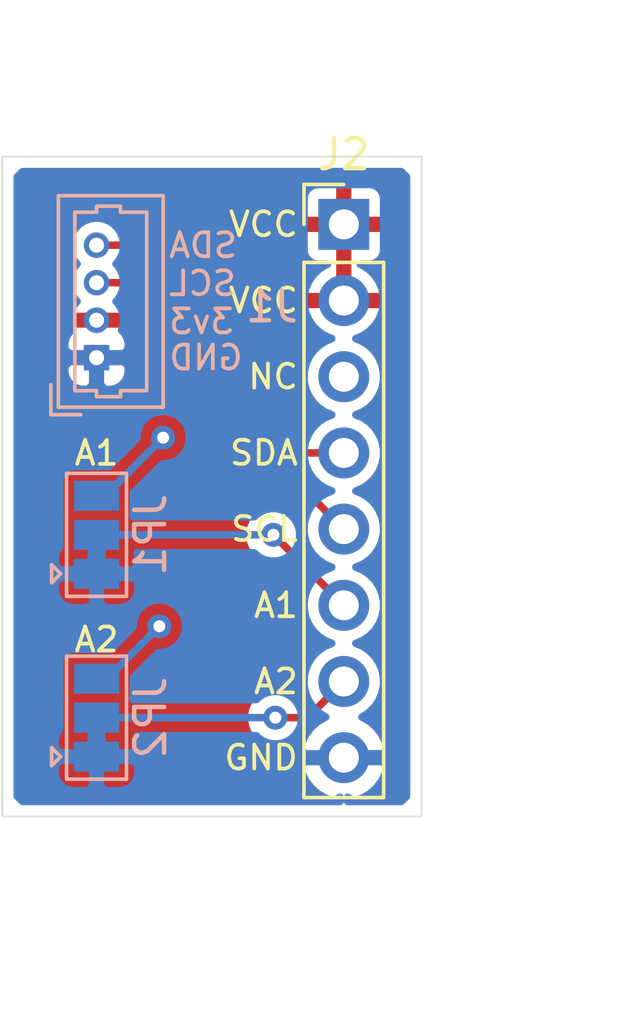
<source format=kicad_pcb>
(kicad_pcb (version 20171130) (host pcbnew "(5.1.9)-1")

  (general
    (thickness 1.6)
    (drawings 20)
    (tracks 33)
    (zones 0)
    (modules 4)
    (nets 7)
  )

  (page A4)
  (layers
    (0 F.Cu signal)
    (31 B.Cu signal)
    (32 B.Adhes user)
    (33 F.Adhes user)
    (34 B.Paste user)
    (35 F.Paste user)
    (36 B.SilkS user)
    (37 F.SilkS user)
    (38 B.Mask user)
    (39 F.Mask user)
    (40 Dwgs.User user)
    (41 Cmts.User user)
    (42 Eco1.User user)
    (43 Eco2.User user)
    (44 Edge.Cuts user)
    (45 Margin user)
    (46 B.CrtYd user hide)
    (47 F.CrtYd user)
    (48 B.Fab user)
    (49 F.Fab user hide)
  )

  (setup
    (last_trace_width 0.25)
    (trace_clearance 0.2)
    (zone_clearance 0.35)
    (zone_45_only yes)
    (trace_min 0.2)
    (via_size 0.8)
    (via_drill 0.4)
    (via_min_size 0.4)
    (via_min_drill 0.3)
    (uvia_size 0.3)
    (uvia_drill 0.1)
    (uvias_allowed no)
    (uvia_min_size 0.2)
    (uvia_min_drill 0.1)
    (edge_width 0.05)
    (segment_width 0.2)
    (pcb_text_width 0.3)
    (pcb_text_size 1.5 1.5)
    (mod_edge_width 0.12)
    (mod_text_size 1 1)
    (mod_text_width 0.15)
    (pad_size 1.524 1.524)
    (pad_drill 0.762)
    (pad_to_mask_clearance 0)
    (aux_axis_origin 0 0)
    (visible_elements FFFFFF7F)
    (pcbplotparams
      (layerselection 0x010fc_ffffffff)
      (usegerberextensions true)
      (usegerberattributes false)
      (usegerberadvancedattributes false)
      (creategerberjobfile false)
      (excludeedgelayer true)
      (linewidth 0.100000)
      (plotframeref false)
      (viasonmask false)
      (mode 1)
      (useauxorigin false)
      (hpglpennumber 1)
      (hpglpenspeed 20)
      (hpglpendiameter 15.000000)
      (psnegative false)
      (psa4output false)
      (plotreference true)
      (plotvalue false)
      (plotinvisibletext false)
      (padsonsilk false)
      (subtractmaskfromsilk true)
      (outputformat 1)
      (mirror false)
      (drillshape 0)
      (scaleselection 1)
      (outputdirectory "gerber"))
  )

  (net 0 "")
  (net 1 GND)
  (net 2 +3V3)
  (net 3 /SCL)
  (net 4 /SDA)
  (net 5 /A2)
  (net 6 /A1)

  (net_class Default "This is the default net class."
    (clearance 0.2)
    (trace_width 0.25)
    (via_dia 0.8)
    (via_drill 0.4)
    (uvia_dia 0.3)
    (uvia_drill 0.1)
    (add_net +3V3)
    (add_net /A1)
    (add_net /A2)
    (add_net /SCL)
    (add_net /SDA)
    (add_net GND)
  )

  (module Jumper:SolderJumper-3_P1.3mm_Bridged12_Pad1.0x1.5mm (layer B.Cu) (tedit 5C756B4C) (tstamp 60D0B455)
    (at 45.1485 52.705 90)
    (descr "SMD Solder 3-pad Jumper, 1x1.5mm Pads, 0.3mm gap, pads 1-2 bridged with 1 copper strip")
    (tags "solder jumper open")
    (path /60D1BAF0)
    (attr virtual)
    (fp_text reference JP2 (at 0 1.8 270) (layer B.SilkS)
      (effects (font (size 1 1) (thickness 0.15)) (justify mirror))
    )
    (fp_text value SolderJumper_3_Bridged12 (at 0 -2 270) (layer B.Fab)
      (effects (font (size 1 1) (thickness 0.15)) (justify mirror))
    )
    (fp_line (start -1.3 -1.2) (end -1 -1.5) (layer B.SilkS) (width 0.12))
    (fp_line (start -1.6 -1.5) (end -1 -1.5) (layer B.SilkS) (width 0.12))
    (fp_line (start -1.3 -1.2) (end -1.6 -1.5) (layer B.SilkS) (width 0.12))
    (fp_line (start -2.05 -1) (end -2.05 1) (layer B.SilkS) (width 0.12))
    (fp_line (start 2.05 -1) (end -2.05 -1) (layer B.SilkS) (width 0.12))
    (fp_line (start 2.05 1) (end 2.05 -1) (layer B.SilkS) (width 0.12))
    (fp_line (start -2.05 1) (end 2.05 1) (layer B.SilkS) (width 0.12))
    (fp_line (start -2.3 1.25) (end 2.3 1.25) (layer B.CrtYd) (width 0.05))
    (fp_line (start -2.3 1.25) (end -2.3 -1.25) (layer B.CrtYd) (width 0.05))
    (fp_line (start 2.3 -1.25) (end 2.3 1.25) (layer B.CrtYd) (width 0.05))
    (fp_line (start 2.3 -1.25) (end -2.3 -1.25) (layer B.CrtYd) (width 0.05))
    (fp_poly (pts (xy -0.9 0.3) (xy -0.4 0.3) (xy -0.4 -0.3) (xy -0.9 -0.3)) (layer B.Cu) (width 0))
    (pad 2 smd rect (at 0 0 90) (size 1 1.5) (layers B.Cu B.Mask)
      (net 5 /A2))
    (pad 3 smd rect (at 1.3 0 90) (size 1 1.5) (layers B.Cu B.Mask)
      (net 2 +3V3))
    (pad 1 smd rect (at -1.3 0 90) (size 1 1.5) (layers B.Cu B.Mask)
      (net 1 GND))
  )

  (module Jumper:SolderJumper-3_P1.3mm_Bridged12_Pad1.0x1.5mm (layer B.Cu) (tedit 5C756B4C) (tstamp 60D0BBA8)
    (at 45.1485 46.609 90)
    (descr "SMD Solder 3-pad Jumper, 1x1.5mm Pads, 0.3mm gap, pads 1-2 bridged with 1 copper strip")
    (tags "solder jumper open")
    (path /60D18758)
    (attr virtual)
    (fp_text reference JP1 (at 0 1.8 270) (layer B.SilkS)
      (effects (font (size 1 1) (thickness 0.15)) (justify mirror))
    )
    (fp_text value SolderJumper_3_Bridged12 (at 0 -2 270) (layer B.Fab)
      (effects (font (size 1 1) (thickness 0.15)) (justify mirror))
    )
    (fp_line (start -1.3 -1.2) (end -1 -1.5) (layer B.SilkS) (width 0.12))
    (fp_line (start -1.6 -1.5) (end -1 -1.5) (layer B.SilkS) (width 0.12))
    (fp_line (start -1.3 -1.2) (end -1.6 -1.5) (layer B.SilkS) (width 0.12))
    (fp_line (start -2.05 -1) (end -2.05 1) (layer B.SilkS) (width 0.12))
    (fp_line (start 2.05 -1) (end -2.05 -1) (layer B.SilkS) (width 0.12))
    (fp_line (start 2.05 1) (end 2.05 -1) (layer B.SilkS) (width 0.12))
    (fp_line (start -2.05 1) (end 2.05 1) (layer B.SilkS) (width 0.12))
    (fp_line (start -2.3 1.25) (end 2.3 1.25) (layer B.CrtYd) (width 0.05))
    (fp_line (start -2.3 1.25) (end -2.3 -1.25) (layer B.CrtYd) (width 0.05))
    (fp_line (start 2.3 -1.25) (end 2.3 1.25) (layer B.CrtYd) (width 0.05))
    (fp_line (start 2.3 -1.25) (end -2.3 -1.25) (layer B.CrtYd) (width 0.05))
    (fp_poly (pts (xy -0.9 0.3) (xy -0.4 0.3) (xy -0.4 -0.3) (xy -0.9 -0.3)) (layer B.Cu) (width 0))
    (pad 2 smd rect (at 0 0 90) (size 1 1.5) (layers B.Cu B.Mask)
      (net 6 /A1))
    (pad 3 smd rect (at 1.3 0 90) (size 1 1.5) (layers B.Cu B.Mask)
      (net 2 +3V3))
    (pad 1 smd rect (at -1.3 0 90) (size 1 1.5) (layers B.Cu B.Mask)
      (net 1 GND))
  )

  (module Connectors_PinHeader_2.54mm:PinHeader_1x08_P2.54mm_Vertical (layer F.Cu) (tedit 59FED5CC) (tstamp 60D0BCA7)
    (at 53.4035 36.2585)
    (descr "Through hole straight pin header, 1x08, 2.54mm pitch, single row")
    (tags "Through hole pin header THT 1x08 2.54mm single row")
    (path /60D0D492)
    (fp_text reference J2 (at 0 -2.33) (layer F.SilkS)
      (effects (font (size 1 1) (thickness 0.15)))
    )
    (fp_text value Conn_01x08_Female (at 0 20.11) (layer F.Fab)
      (effects (font (size 1 1) (thickness 0.15)))
    )
    (fp_text user %R (at 0 8.89 90) (layer F.Fab)
      (effects (font (size 1 1) (thickness 0.15)))
    )
    (fp_line (start -0.635 -1.27) (end 1.27 -1.27) (layer F.Fab) (width 0.1))
    (fp_line (start 1.27 -1.27) (end 1.27 19.05) (layer F.Fab) (width 0.1))
    (fp_line (start 1.27 19.05) (end -1.27 19.05) (layer F.Fab) (width 0.1))
    (fp_line (start -1.27 19.05) (end -1.27 -0.635) (layer F.Fab) (width 0.1))
    (fp_line (start -1.27 -0.635) (end -0.635 -1.27) (layer F.Fab) (width 0.1))
    (fp_line (start -1.33 19.11) (end 1.33 19.11) (layer F.SilkS) (width 0.12))
    (fp_line (start -1.33 1.27) (end -1.33 19.11) (layer F.SilkS) (width 0.12))
    (fp_line (start 1.33 1.27) (end 1.33 19.11) (layer F.SilkS) (width 0.12))
    (fp_line (start -1.33 1.27) (end 1.33 1.27) (layer F.SilkS) (width 0.12))
    (fp_line (start -1.33 0) (end -1.33 -1.33) (layer F.SilkS) (width 0.12))
    (fp_line (start -1.33 -1.33) (end 0 -1.33) (layer F.SilkS) (width 0.12))
    (fp_line (start -1.8 -1.8) (end -1.8 19.55) (layer F.CrtYd) (width 0.05))
    (fp_line (start -1.8 19.55) (end 1.8 19.55) (layer F.CrtYd) (width 0.05))
    (fp_line (start 1.8 19.55) (end 1.8 -1.8) (layer F.CrtYd) (width 0.05))
    (fp_line (start 1.8 -1.8) (end -1.8 -1.8) (layer F.CrtYd) (width 0.05))
    (pad 8 thru_hole oval (at 0 17.78) (size 1.7 1.7) (drill 1) (layers *.Cu *.Mask)
      (net 1 GND))
    (pad 7 thru_hole oval (at 0 15.24) (size 1.7 1.7) (drill 1) (layers *.Cu *.Mask)
      (net 5 /A2))
    (pad 6 thru_hole oval (at 0 12.7) (size 1.7 1.7) (drill 1) (layers *.Cu *.Mask)
      (net 6 /A1))
    (pad 5 thru_hole oval (at 0 10.16) (size 1.7 1.7) (drill 1) (layers *.Cu *.Mask)
      (net 3 /SCL))
    (pad 4 thru_hole oval (at 0 7.62) (size 1.7 1.7) (drill 1) (layers *.Cu *.Mask)
      (net 4 /SDA))
    (pad 3 thru_hole oval (at 0 5.08) (size 1.7 1.7) (drill 1) (layers *.Cu *.Mask))
    (pad 2 thru_hole oval (at 0 2.54) (size 1.7 1.7) (drill 1) (layers *.Cu *.Mask)
      (net 2 +3V3))
    (pad 1 thru_hole rect (at 0 0) (size 1.7 1.7) (drill 1) (layers *.Cu *.Mask)
      (net 2 +3V3))
    (model ${KISYS3DMOD}/Connector_PinHeader_2.54mm.3dshapes/PinHeader_1x08_P2.54mm_Vertical.wrl
      (at (xyz 0 0 0))
      (scale (xyz 1 1 1))
      (rotate (xyz 0 0 0))
    )
  )

  (module Connectors_Molex:Molex_PicoBlade_53047-0410_04x1.25mm_Straight (layer B.Cu) (tedit 58A3B615) (tstamp 60D0B413)
    (at 45.1485 40.7035 90)
    (descr "Molex PicoBlade, single row, top entry type, through hole, PN:53047-0410")
    (tags "connector molex picoblade")
    (path /60D0B190)
    (fp_text reference J1 (at 1.7035 5.8515 180) (layer B.SilkS)
      (effects (font (size 1 1) (thickness 0.15)) (justify mirror))
    )
    (fp_text value Conn_01x04_Female (at 1.875 3.25 270) (layer B.Fab)
      (effects (font (size 1 1) (thickness 0.15)) (justify mirror))
    )
    (fp_line (start -1.9 -1.525) (end -0.9 -1.525) (layer B.SilkS) (width 0.12))
    (fp_line (start -1.9 -1.525) (end -1.9 -0.525) (layer B.SilkS) (width 0.12))
    (fp_line (start 4.85 1.675) (end 1.875 1.675) (layer B.SilkS) (width 0.12))
    (fp_line (start 4.85 0.8) (end 4.85 1.675) (layer B.SilkS) (width 0.12))
    (fp_line (start 5.05 0.8) (end 4.85 0.8) (layer B.SilkS) (width 0.12))
    (fp_line (start 5.05 0) (end 5.05 0.8) (layer B.SilkS) (width 0.12))
    (fp_line (start 4.85 0) (end 5.05 0) (layer B.SilkS) (width 0.12))
    (fp_line (start 4.85 -0.725) (end 4.85 0) (layer B.SilkS) (width 0.12))
    (fp_line (start 1.875 -0.725) (end 4.85 -0.725) (layer B.SilkS) (width 0.12))
    (fp_line (start -1.1 1.675) (end 1.875 1.675) (layer B.SilkS) (width 0.12))
    (fp_line (start -1.1 0.8) (end -1.1 1.675) (layer B.SilkS) (width 0.12))
    (fp_line (start -1.3 0.8) (end -1.1 0.8) (layer B.SilkS) (width 0.12))
    (fp_line (start -1.3 0) (end -1.3 0.8) (layer B.SilkS) (width 0.12))
    (fp_line (start -1.1 0) (end -1.3 0) (layer B.SilkS) (width 0.12))
    (fp_line (start -1.1 -0.725) (end -1.1 0) (layer B.SilkS) (width 0.12))
    (fp_line (start 1.875 -0.725) (end -1.1 -0.725) (layer B.SilkS) (width 0.12))
    (fp_line (start 5.4 2.225) (end -1.65 2.225) (layer B.SilkS) (width 0.12))
    (fp_line (start 5.4 -1.275) (end 5.4 2.225) (layer B.SilkS) (width 0.12))
    (fp_line (start -1.65 -1.275) (end 5.4 -1.275) (layer B.SilkS) (width 0.12))
    (fp_line (start -1.65 2.225) (end -1.65 -1.275) (layer B.SilkS) (width 0.12))
    (fp_line (start 5.25 2.075) (end -1.5 2.075) (layer B.Fab) (width 0.1))
    (fp_line (start 5.25 -1.125) (end 5.25 2.075) (layer B.Fab) (width 0.1))
    (fp_line (start -1.5 -1.125) (end 5.25 -1.125) (layer B.Fab) (width 0.1))
    (fp_line (start -1.5 2.075) (end -1.5 -1.125) (layer B.Fab) (width 0.1))
    (fp_line (start 5.75 2.55) (end -2 2.55) (layer B.CrtYd) (width 0.05))
    (fp_line (start 5.75 -1.6) (end 5.75 2.55) (layer B.CrtYd) (width 0.05))
    (fp_line (start -2 -1.6) (end 5.75 -1.6) (layer B.CrtYd) (width 0.05))
    (fp_line (start -2 2.55) (end -2 -1.6) (layer B.CrtYd) (width 0.05))
    (fp_text user %R (at 1.875 1.25 270) (layer B.Fab)
      (effects (font (size 1 1) (thickness 0.15)) (justify mirror))
    )
    (pad 1 thru_hole rect (at 0 0 90) (size 0.85 0.85) (drill 0.5) (layers *.Cu *.Mask)
      (net 1 GND))
    (pad 2 thru_hole circle (at 1.25 0 90) (size 0.85 0.85) (drill 0.5) (layers *.Cu *.Mask)
      (net 2 +3V3))
    (pad 3 thru_hole circle (at 2.5 0 90) (size 0.85 0.85) (drill 0.5) (layers *.Cu *.Mask)
      (net 3 /SCL))
    (pad 4 thru_hole circle (at 3.75 0 90) (size 0.85 0.85) (drill 0.5) (layers *.Cu *.Mask)
      (net 4 /SDA))
    (model ${KISYS3DMOD}/Connectors_Molex.3dshapes/Molex_PicoBlade_53047-0410_04x1.25mm_Straight.wrl
      (at (xyz 0 0 0))
      (scale (xyz 1 1 1))
      (rotate (xyz 0 0 0))
    )
  )

  (gr_line (start 56 34) (end 42 34) (layer Edge.Cuts) (width 0.05) (tstamp 60D74504))
  (gr_line (start 56 56) (end 56 34) (layer Edge.Cuts) (width 0.05))
  (gr_line (start 42 56) (end 56 56) (layer Edge.Cuts) (width 0.05))
  (gr_line (start 42 34) (end 42 56) (layer Edge.Cuts) (width 0.05))
  (gr_text SCL (at 47.5 38.227) (layer B.SilkS) (tstamp 60D7404E)
    (effects (font (size 0.8 0.8) (thickness 0.125)) (justify right mirror))
  )
  (dimension 14 (width 0.15) (layer Dwgs.User)
    (gr_text "14.000 mm" (at 49 29.4775) (layer Dwgs.User)
      (effects (font (size 1 1) (thickness 0.15)))
    )
    (feature1 (pts (xy 56 33) (xy 56 30.191079)))
    (feature2 (pts (xy 42 33) (xy 42 30.191079)))
    (crossbar (pts (xy 42 30.7775) (xy 56 30.7775)))
    (arrow1a (pts (xy 56 30.7775) (xy 54.873496 31.363921)))
    (arrow1b (pts (xy 56 30.7775) (xy 54.873496 30.191079)))
    (arrow2a (pts (xy 42 30.7775) (xy 43.126504 31.363921)))
    (arrow2b (pts (xy 42 30.7775) (xy 43.126504 30.191079)))
  )
  (dimension 23 (width 0.15) (layer Dwgs.User)
    (gr_text "23.000 mm" (at 61.1735 44.5 90) (layer Dwgs.User)
      (effects (font (size 1 1) (thickness 0.15)))
    )
    (feature1 (pts (xy 56 33) (xy 60.459921 33)))
    (feature2 (pts (xy 56 56) (xy 60.459921 56)))
    (crossbar (pts (xy 59.8735 56) (xy 59.8735 33)))
    (arrow1a (pts (xy 59.8735 33) (xy 60.459921 34.126504)))
    (arrow1b (pts (xy 59.8735 33) (xy 59.287079 34.126504)))
    (arrow2a (pts (xy 59.8735 56) (xy 60.459921 54.873496)))
    (arrow2b (pts (xy 59.8735 56) (xy 59.287079 54.873496)))
  )
  (gr_text A2 (at 45.1485 50.1015) (layer F.SilkS) (tstamp 60D0BC43)
    (effects (font (size 0.8 0.8) (thickness 0.125)))
  )
  (gr_text A1 (at 45.1485 43.8785) (layer F.SilkS) (tstamp 60D0BC3E)
    (effects (font (size 0.8 0.8) (thickness 0.125)))
  )
  (gr_text "GND\n" (at 47.5 40.7035) (layer B.SilkS) (tstamp 60D0BC0D)
    (effects (font (size 0.8 0.8) (thickness 0.125)) (justify right mirror))
  )
  (gr_text 3v3 (at 47.5 39.497) (layer B.SilkS) (tstamp 60D0BC09)
    (effects (font (size 0.8 0.8) (thickness 0.125)) (justify right mirror))
  )
  (gr_text SDA (at 47.5 36.957) (layer B.SilkS) (tstamp 60D0BBFF)
    (effects (font (size 0.8 0.8) (thickness 0.125)) (justify right mirror))
  )
  (gr_text GND (at 51.943 54.0385) (layer F.SilkS) (tstamp 60D0BC75)
    (effects (font (size 0.8 0.8) (thickness 0.125)) (justify right))
  )
  (gr_text A2 (at 51.943 51.4985) (layer F.SilkS) (tstamp 60D0BC7E)
    (effects (font (size 0.8 0.8) (thickness 0.125)) (justify right))
  )
  (gr_text A1 (at 51.943 48.9585) (layer F.SilkS) (tstamp 60D0BC81)
    (effects (font (size 0.8 0.8) (thickness 0.125)) (justify right))
  )
  (gr_text SCL (at 51.943 46.4185) (layer F.SilkS) (tstamp 60D0BC87)
    (effects (font (size 0.8 0.8) (thickness 0.125)) (justify right))
  )
  (gr_text SDA (at 51.943 43.8785) (layer F.SilkS) (tstamp 60D0BC7B)
    (effects (font (size 0.8 0.8) (thickness 0.125)) (justify right))
  )
  (gr_text NC (at 51.943 41.3385) (layer F.SilkS) (tstamp 60D0BC78)
    (effects (font (size 0.8 0.8) (thickness 0.125)) (justify right))
  )
  (gr_text "VCC\n" (at 51.943 38.7985) (layer F.SilkS) (tstamp 60D0BC84)
    (effects (font (size 0.8 0.8) (thickness 0.125)) (justify right))
  )
  (gr_text "VCC\n" (at 51.943 36.2585) (layer F.SilkS) (tstamp 60D0BC8A)
    (effects (font (size 0.8 0.8) (thickness 0.125)) (justify right))
  )

  (segment (start 53.37 54.005) (end 53.4035 54.0385) (width 0.25) (layer F.Cu) (net 1) (tstamp 60D0BCE1))
  (segment (start 45.1485 54.005) (end 43.15 54.005) (width 0.25) (layer B.Cu) (net 1))
  (segment (start 44.073499 53.929999) (end 44.1485 54.005) (width 0.25) (layer B.Cu) (net 1))
  (segment (start 44.1485 54.005) (end 45.1485 54.005) (width 0.25) (layer B.Cu) (net 1))
  (segment (start 44.1485 47.909) (end 45.1485 47.909) (width 0.25) (layer B.Cu) (net 1))
  (segment (start 44.073499 47.833999) (end 44.1485 47.909) (width 0.25) (layer B.Cu) (net 1))
  (segment (start 45.1485 51.405) (end 44.9915 51.405) (width 0.25) (layer F.Cu) (net 2))
  (segment (start 45.1485 39.4535) (end 43.795 39.4535) (width 0.5) (layer F.Cu) (net 2))
  (segment (start 45.1485 39.4535) (end 46.248 39.4535) (width 0.5) (layer F.Cu) (net 2))
  (via (at 47.371 43.3705) (size 0.8) (drill 0.4) (layers F.Cu B.Cu) (net 2))
  (via (at 47.244 49.657) (size 0.8) (drill 0.4) (layers F.Cu B.Cu) (net 2))
  (segment (start 45.496 51.405) (end 45.1485 51.405) (width 0.25) (layer B.Cu) (net 2))
  (segment (start 47.244 49.657) (end 45.496 51.405) (width 0.25) (layer B.Cu) (net 2))
  (segment (start 45.4325 45.309) (end 47.371 43.3705) (width 0.25) (layer B.Cu) (net 2))
  (segment (start 45.1485 45.309) (end 45.4325 45.309) (width 0.25) (layer B.Cu) (net 2))
  (segment (start 46.776 38.2035) (end 49.460991 40.888491) (width 0.25) (layer F.Cu) (net 3))
  (segment (start 52.553501 45.568501) (end 53.4035 46.4185) (width 0.25) (layer F.Cu) (net 3))
  (segment (start 45.1485 38.2035) (end 46.776 38.2035) (width 0.25) (layer F.Cu) (net 3))
  (segment (start 49.460991 40.888491) (end 49.460991 42.475991) (width 0.25) (layer F.Cu) (net 3))
  (segment (start 49.460991 42.475991) (end 52.553501 45.568501) (width 0.25) (layer F.Cu) (net 3))
  (segment (start 45.1485 36.9535) (end 46.7325 36.9535) (width 0.25) (layer F.Cu) (net 4))
  (segment (start 46.7325 36.9535) (end 49.9745 40.1955) (width 0.25) (layer F.Cu) (net 4))
  (segment (start 53.4035 43.8785) (end 51.689 43.8785) (width 0.25) (layer F.Cu) (net 4))
  (segment (start 49.9745 42.164) (end 49.9745 40.1955) (width 0.25) (layer F.Cu) (net 4))
  (segment (start 51.689 43.8785) (end 49.9745 42.164) (width 0.25) (layer F.Cu) (net 4))
  (segment (start 52.197 52.705) (end 53.4035 51.4985) (width 0.25) (layer F.Cu) (net 5) (tstamp 60D0BCED))
  (segment (start 51.1175 52.705) (end 52.197 52.705) (width 0.25) (layer F.Cu) (net 5) (tstamp 60D74297))
  (via (at 51.1175 52.705) (size 0.8) (drill 0.4) (layers F.Cu B.Cu) (net 5))
  (segment (start 45.1485 52.705) (end 51.1175 52.705) (width 0.25) (layer B.Cu) (net 5))
  (segment (start 51.054 46.609) (end 51.054 46.609) (width 0.25) (layer F.Cu) (net 6) (tstamp 60D0BCEA))
  (segment (start 51.054 46.609) (end 53.4035 48.9585) (width 0.25) (layer F.Cu) (net 6) (tstamp 60D74295))
  (via (at 51.054 46.609) (size 0.8) (drill 0.4) (layers F.Cu B.Cu) (net 6))
  (segment (start 45.1485 46.609) (end 51.054 46.609) (width 0.25) (layer B.Cu) (net 6))

  (zone (net 1) (net_name GND) (layer B.Cu) (tstamp 0) (hatch edge 0.508)
    (connect_pads (clearance 0.35))
    (min_thickness 0.254)
    (fill yes (arc_segments 32) (thermal_gap 0.508) (thermal_bridge_width 0.508) (smoothing chamfer) (radius 1))
    (polygon
      (pts
        (xy 56 56) (xy 42 56) (xy 42 34) (xy 56 34)
      )
    )
    (filled_polygon
      (pts
        (xy 55.498001 34.677607) (xy 55.498 55.322394) (xy 55.322394 55.498) (xy 53.530502 55.498) (xy 53.530502 55.359315)
        (xy 53.760391 55.479981) (xy 54.034752 55.382657) (xy 54.284855 55.233678) (xy 54.501088 55.038769) (xy 54.675141 54.80542)
        (xy 54.800325 54.542599) (xy 54.844976 54.39539) (xy 54.723655 54.1655) (xy 53.5305 54.1655) (xy 53.5305 54.1855)
        (xy 53.2765 54.1855) (xy 53.2765 54.1655) (xy 52.083345 54.1655) (xy 51.962024 54.39539) (xy 52.006675 54.542599)
        (xy 52.131859 54.80542) (xy 52.305912 55.038769) (xy 52.522145 55.233678) (xy 52.772248 55.382657) (xy 53.046609 55.479981)
        (xy 53.276498 55.359315) (xy 53.276498 55.498) (xy 42.677606 55.498) (xy 42.502 55.322394) (xy 42.502 54.505)
        (xy 43.760428 54.505) (xy 43.772688 54.629482) (xy 43.808998 54.74918) (xy 43.867963 54.859494) (xy 43.947315 54.956185)
        (xy 44.044006 55.035537) (xy 44.15432 55.094502) (xy 44.274018 55.130812) (xy 44.3985 55.143072) (xy 44.86275 55.14)
        (xy 45.0215 54.98125) (xy 45.0215 54.132) (xy 45.2755 54.132) (xy 45.2755 54.98125) (xy 45.43425 55.14)
        (xy 45.8985 55.143072) (xy 46.022982 55.130812) (xy 46.14268 55.094502) (xy 46.252994 55.035537) (xy 46.349685 54.956185)
        (xy 46.429037 54.859494) (xy 46.488002 54.74918) (xy 46.524312 54.629482) (xy 46.536572 54.505) (xy 46.5335 54.29075)
        (xy 46.37475 54.132) (xy 45.2755 54.132) (xy 45.0215 54.132) (xy 43.92225 54.132) (xy 43.7635 54.29075)
        (xy 43.760428 54.505) (xy 42.502 54.505) (xy 42.502 53.505) (xy 43.760428 53.505) (xy 43.7635 53.71925)
        (xy 43.92225 53.878) (xy 44.458563 53.878) (xy 44.47957 53.903757) (xy 44.507697 53.938739) (xy 44.508975 53.939812)
        (xy 44.510035 53.941111) (xy 44.544687 53.969777) (xy 44.579011 53.998579) (xy 44.580475 53.999384) (xy 44.581765 54.000451)
        (xy 44.621272 54.021812) (xy 44.66059 54.043428) (xy 44.662184 54.043934) (xy 44.663655 54.044729) (xy 44.706532 54.058001)
        (xy 44.749326 54.071576) (xy 44.750988 54.071762) (xy 44.752586 54.072257) (xy 44.797164 54.076942) (xy 44.84184 54.081954)
        (xy 44.845058 54.081976) (xy 44.84517 54.081988) (xy 44.845282 54.081978) (xy 44.8485 54.082) (xy 45.4485 54.082)
        (xy 45.49323 54.077614) (xy 45.537881 54.073551) (xy 45.539483 54.073079) (xy 45.54115 54.072916) (xy 45.584119 54.059942)
        (xy 45.627187 54.047267) (xy 45.628671 54.046491) (xy 45.630271 54.046008) (xy 45.669835 54.024972) (xy 45.709688 54.004137)
        (xy 45.710995 54.003086) (xy 45.712468 54.002303) (xy 45.747257 53.97393) (xy 45.782239 53.945803) (xy 45.783312 53.944525)
        (xy 45.784611 53.943465) (xy 45.813277 53.908813) (xy 45.839133 53.878) (xy 46.37475 53.878) (xy 46.5335 53.71925)
        (xy 46.534039 53.68161) (xy 51.962024 53.68161) (xy 52.083345 53.9115) (xy 53.2765 53.9115) (xy 53.2765 53.8915)
        (xy 53.5305 53.8915) (xy 53.5305 53.9115) (xy 54.723655 53.9115) (xy 54.844976 53.68161) (xy 54.800325 53.534401)
        (xy 54.675141 53.27158) (xy 54.501088 53.038231) (xy 54.284855 52.843322) (xy 54.034752 52.694343) (xy 54.007465 52.684664)
        (xy 54.03207 52.674472) (xy 54.249413 52.529248) (xy 54.434248 52.344413) (xy 54.579472 52.12707) (xy 54.679504 51.885572)
        (xy 54.7305 51.629198) (xy 54.7305 51.367802) (xy 54.679504 51.111428) (xy 54.579472 50.86993) (xy 54.434248 50.652587)
        (xy 54.249413 50.467752) (xy 54.03207 50.322528) (xy 53.805067 50.2285) (xy 54.03207 50.134472) (xy 54.249413 49.989248)
        (xy 54.434248 49.804413) (xy 54.579472 49.58707) (xy 54.679504 49.345572) (xy 54.7305 49.089198) (xy 54.7305 48.827802)
        (xy 54.679504 48.571428) (xy 54.579472 48.32993) (xy 54.434248 48.112587) (xy 54.249413 47.927752) (xy 54.03207 47.782528)
        (xy 53.805067 47.6885) (xy 54.03207 47.594472) (xy 54.249413 47.449248) (xy 54.434248 47.264413) (xy 54.579472 47.04707)
        (xy 54.679504 46.805572) (xy 54.7305 46.549198) (xy 54.7305 46.287802) (xy 54.679504 46.031428) (xy 54.579472 45.78993)
        (xy 54.434248 45.572587) (xy 54.249413 45.387752) (xy 54.03207 45.242528) (xy 53.805067 45.1485) (xy 54.03207 45.054472)
        (xy 54.249413 44.909248) (xy 54.434248 44.724413) (xy 54.579472 44.50707) (xy 54.679504 44.265572) (xy 54.7305 44.009198)
        (xy 54.7305 43.747802) (xy 54.679504 43.491428) (xy 54.579472 43.24993) (xy 54.434248 43.032587) (xy 54.249413 42.847752)
        (xy 54.03207 42.702528) (xy 53.805067 42.6085) (xy 54.03207 42.514472) (xy 54.249413 42.369248) (xy 54.434248 42.184413)
        (xy 54.579472 41.96707) (xy 54.679504 41.725572) (xy 54.7305 41.469198) (xy 54.7305 41.207802) (xy 54.679504 40.951428)
        (xy 54.579472 40.70993) (xy 54.434248 40.492587) (xy 54.249413 40.307752) (xy 54.03207 40.162528) (xy 53.805067 40.0685)
        (xy 54.03207 39.974472) (xy 54.249413 39.829248) (xy 54.434248 39.644413) (xy 54.579472 39.42707) (xy 54.679504 39.185572)
        (xy 54.7305 38.929198) (xy 54.7305 38.667802) (xy 54.679504 38.411428) (xy 54.579472 38.16993) (xy 54.434248 37.952587)
        (xy 54.249413 37.767752) (xy 54.03207 37.622528) (xy 53.948246 37.587807) (xy 54.2535 37.587807) (xy 54.347008 37.578597)
        (xy 54.436923 37.551322) (xy 54.519789 37.507029) (xy 54.592421 37.447421) (xy 54.652029 37.374789) (xy 54.696322 37.291923)
        (xy 54.723597 37.202008) (xy 54.732807 37.1085) (xy 54.732807 35.4085) (xy 54.723597 35.314992) (xy 54.696322 35.225077)
        (xy 54.652029 35.142211) (xy 54.592421 35.069579) (xy 54.519789 35.009971) (xy 54.436923 34.965678) (xy 54.347008 34.938403)
        (xy 54.2535 34.929193) (xy 52.5535 34.929193) (xy 52.459992 34.938403) (xy 52.370077 34.965678) (xy 52.287211 35.009971)
        (xy 52.214579 35.069579) (xy 52.154971 35.142211) (xy 52.110678 35.225077) (xy 52.083403 35.314992) (xy 52.074193 35.4085)
        (xy 52.074193 37.1085) (xy 52.083403 37.202008) (xy 52.110678 37.291923) (xy 52.154971 37.374789) (xy 52.214579 37.447421)
        (xy 52.287211 37.507029) (xy 52.370077 37.551322) (xy 52.459992 37.578597) (xy 52.5535 37.587807) (xy 52.858754 37.587807)
        (xy 52.77493 37.622528) (xy 52.557587 37.767752) (xy 52.372752 37.952587) (xy 52.227528 38.16993) (xy 52.127496 38.411428)
        (xy 52.0765 38.667802) (xy 52.0765 38.929198) (xy 52.127496 39.185572) (xy 52.227528 39.42707) (xy 52.372752 39.644413)
        (xy 52.557587 39.829248) (xy 52.77493 39.974472) (xy 53.001933 40.0685) (xy 52.77493 40.162528) (xy 52.557587 40.307752)
        (xy 52.372752 40.492587) (xy 52.227528 40.70993) (xy 52.127496 40.951428) (xy 52.0765 41.207802) (xy 52.0765 41.469198)
        (xy 52.127496 41.725572) (xy 52.227528 41.96707) (xy 52.372752 42.184413) (xy 52.557587 42.369248) (xy 52.77493 42.514472)
        (xy 53.001933 42.6085) (xy 52.77493 42.702528) (xy 52.557587 42.847752) (xy 52.372752 43.032587) (xy 52.227528 43.24993)
        (xy 52.127496 43.491428) (xy 52.0765 43.747802) (xy 52.0765 44.009198) (xy 52.127496 44.265572) (xy 52.227528 44.50707)
        (xy 52.372752 44.724413) (xy 52.557587 44.909248) (xy 52.77493 45.054472) (xy 53.001933 45.1485) (xy 52.77493 45.242528)
        (xy 52.557587 45.387752) (xy 52.372752 45.572587) (xy 52.227528 45.78993) (xy 52.127496 46.031428) (xy 52.0765 46.287802)
        (xy 52.0765 46.549198) (xy 52.127496 46.805572) (xy 52.227528 47.04707) (xy 52.372752 47.264413) (xy 52.557587 47.449248)
        (xy 52.77493 47.594472) (xy 53.001933 47.6885) (xy 52.77493 47.782528) (xy 52.557587 47.927752) (xy 52.372752 48.112587)
        (xy 52.227528 48.32993) (xy 52.127496 48.571428) (xy 52.0765 48.827802) (xy 52.0765 49.089198) (xy 52.127496 49.345572)
        (xy 52.227528 49.58707) (xy 52.372752 49.804413) (xy 52.557587 49.989248) (xy 52.77493 50.134472) (xy 53.001933 50.2285)
        (xy 52.77493 50.322528) (xy 52.557587 50.467752) (xy 52.372752 50.652587) (xy 52.227528 50.86993) (xy 52.127496 51.111428)
        (xy 52.0765 51.367802) (xy 52.0765 51.629198) (xy 52.127496 51.885572) (xy 52.227528 52.12707) (xy 52.372752 52.344413)
        (xy 52.557587 52.529248) (xy 52.77493 52.674472) (xy 52.799535 52.684664) (xy 52.772248 52.694343) (xy 52.522145 52.843322)
        (xy 52.305912 53.038231) (xy 52.131859 53.27158) (xy 52.006675 53.534401) (xy 51.962024 53.68161) (xy 46.534039 53.68161)
        (xy 46.536572 53.505) (xy 46.524312 53.380518) (xy 46.502011 53.307) (xy 50.479235 53.307) (xy 50.558445 53.38621)
        (xy 50.702085 53.482187) (xy 50.861689 53.548297) (xy 51.031123 53.582) (xy 51.203877 53.582) (xy 51.373311 53.548297)
        (xy 51.532915 53.482187) (xy 51.676555 53.38621) (xy 51.79871 53.264055) (xy 51.894687 53.120415) (xy 51.960797 52.960811)
        (xy 51.9945 52.791377) (xy 51.9945 52.618623) (xy 51.960797 52.449189) (xy 51.894687 52.289585) (xy 51.79871 52.145945)
        (xy 51.676555 52.02379) (xy 51.532915 51.927813) (xy 51.373311 51.861703) (xy 51.203877 51.828) (xy 51.031123 51.828)
        (xy 50.861689 51.861703) (xy 50.702085 51.927813) (xy 50.558445 52.02379) (xy 50.479235 52.103) (xy 46.366021 52.103)
        (xy 46.351461 52.055) (xy 46.368597 51.998508) (xy 46.377807 51.905) (xy 46.377807 51.374549) (xy 47.218356 50.534)
        (xy 47.330377 50.534) (xy 47.499811 50.500297) (xy 47.659415 50.434187) (xy 47.803055 50.33821) (xy 47.92521 50.216055)
        (xy 48.021187 50.072415) (xy 48.087297 49.912811) (xy 48.121 49.743377) (xy 48.121 49.570623) (xy 48.087297 49.401189)
        (xy 48.021187 49.241585) (xy 47.92521 49.097945) (xy 47.803055 48.97579) (xy 47.659415 48.879813) (xy 47.499811 48.813703)
        (xy 47.330377 48.78) (xy 47.157623 48.78) (xy 46.988189 48.813703) (xy 46.828585 48.879813) (xy 46.684945 48.97579)
        (xy 46.56279 49.097945) (xy 46.466813 49.241585) (xy 46.400703 49.401189) (xy 46.367 49.570623) (xy 46.367 49.682644)
        (xy 45.623951 50.425693) (xy 44.3985 50.425693) (xy 44.304992 50.434903) (xy 44.215077 50.462178) (xy 44.132211 50.506471)
        (xy 44.059579 50.566079) (xy 43.999971 50.638711) (xy 43.955678 50.721577) (xy 43.928403 50.811492) (xy 43.919193 50.905)
        (xy 43.919193 51.905) (xy 43.928403 51.998508) (xy 43.945539 52.055) (xy 43.928403 52.111492) (xy 43.919193 52.205)
        (xy 43.919193 53.088082) (xy 43.867963 53.150506) (xy 43.808998 53.26082) (xy 43.772688 53.380518) (xy 43.760428 53.505)
        (xy 42.502 53.505) (xy 42.502 48.409) (xy 43.760428 48.409) (xy 43.772688 48.533482) (xy 43.808998 48.65318)
        (xy 43.867963 48.763494) (xy 43.947315 48.860185) (xy 44.044006 48.939537) (xy 44.15432 48.998502) (xy 44.274018 49.034812)
        (xy 44.3985 49.047072) (xy 44.86275 49.044) (xy 45.0215 48.88525) (xy 45.0215 48.036) (xy 45.2755 48.036)
        (xy 45.2755 48.88525) (xy 45.43425 49.044) (xy 45.8985 49.047072) (xy 46.022982 49.034812) (xy 46.14268 48.998502)
        (xy 46.252994 48.939537) (xy 46.349685 48.860185) (xy 46.429037 48.763494) (xy 46.488002 48.65318) (xy 46.524312 48.533482)
        (xy 46.536572 48.409) (xy 46.5335 48.19475) (xy 46.37475 48.036) (xy 45.2755 48.036) (xy 45.0215 48.036)
        (xy 43.92225 48.036) (xy 43.7635 48.19475) (xy 43.760428 48.409) (xy 42.502 48.409) (xy 42.502 47.409)
        (xy 43.760428 47.409) (xy 43.7635 47.62325) (xy 43.92225 47.782) (xy 44.458563 47.782) (xy 44.47957 47.807757)
        (xy 44.507697 47.842739) (xy 44.508975 47.843812) (xy 44.510035 47.845111) (xy 44.544687 47.873777) (xy 44.579011 47.902579)
        (xy 44.580475 47.903384) (xy 44.581765 47.904451) (xy 44.621272 47.925812) (xy 44.66059 47.947428) (xy 44.662184 47.947934)
        (xy 44.663655 47.948729) (xy 44.706532 47.962001) (xy 44.749326 47.975576) (xy 44.750988 47.975762) (xy 44.752586 47.976257)
        (xy 44.797164 47.980942) (xy 44.84184 47.985954) (xy 44.845058 47.985976) (xy 44.84517 47.985988) (xy 44.845282 47.985978)
        (xy 44.8485 47.986) (xy 45.4485 47.986) (xy 45.49323 47.981614) (xy 45.537881 47.977551) (xy 45.539483 47.977079)
        (xy 45.54115 47.976916) (xy 45.584119 47.963942) (xy 45.627187 47.951267) (xy 45.628671 47.950491) (xy 45.630271 47.950008)
        (xy 45.669835 47.928972) (xy 45.709688 47.908137) (xy 45.710995 47.907086) (xy 45.712468 47.906303) (xy 45.747257 47.87793)
        (xy 45.782239 47.849803) (xy 45.783312 47.848525) (xy 45.784611 47.847465) (xy 45.813277 47.812813) (xy 45.839133 47.782)
        (xy 46.37475 47.782) (xy 46.5335 47.62325) (xy 46.536572 47.409) (xy 46.524312 47.284518) (xy 46.502011 47.211)
        (xy 50.415735 47.211) (xy 50.494945 47.29021) (xy 50.638585 47.386187) (xy 50.798189 47.452297) (xy 50.967623 47.486)
        (xy 51.140377 47.486) (xy 51.309811 47.452297) (xy 51.469415 47.386187) (xy 51.613055 47.29021) (xy 51.73521 47.168055)
        (xy 51.831187 47.024415) (xy 51.897297 46.864811) (xy 51.931 46.695377) (xy 51.931 46.522623) (xy 51.897297 46.353189)
        (xy 51.831187 46.193585) (xy 51.73521 46.049945) (xy 51.613055 45.92779) (xy 51.469415 45.831813) (xy 51.309811 45.765703)
        (xy 51.140377 45.732) (xy 50.967623 45.732) (xy 50.798189 45.765703) (xy 50.638585 45.831813) (xy 50.494945 45.92779)
        (xy 50.415735 46.007) (xy 46.366021 46.007) (xy 46.351461 45.959) (xy 46.368597 45.902508) (xy 46.377807 45.809)
        (xy 46.377807 45.215048) (xy 47.345356 44.2475) (xy 47.457377 44.2475) (xy 47.626811 44.213797) (xy 47.786415 44.147687)
        (xy 47.930055 44.05171) (xy 48.05221 43.929555) (xy 48.148187 43.785915) (xy 48.214297 43.626311) (xy 48.248 43.456877)
        (xy 48.248 43.284123) (xy 48.214297 43.114689) (xy 48.148187 42.955085) (xy 48.05221 42.811445) (xy 47.930055 42.68929)
        (xy 47.786415 42.593313) (xy 47.626811 42.527203) (xy 47.457377 42.4935) (xy 47.284623 42.4935) (xy 47.115189 42.527203)
        (xy 46.955585 42.593313) (xy 46.811945 42.68929) (xy 46.68979 42.811445) (xy 46.593813 42.955085) (xy 46.527703 43.114689)
        (xy 46.494 43.284123) (xy 46.494 43.396144) (xy 45.560452 44.329693) (xy 44.3985 44.329693) (xy 44.304992 44.338903)
        (xy 44.215077 44.366178) (xy 44.132211 44.410471) (xy 44.059579 44.470079) (xy 43.999971 44.542711) (xy 43.955678 44.625577)
        (xy 43.928403 44.715492) (xy 43.919193 44.809) (xy 43.919193 45.809) (xy 43.928403 45.902508) (xy 43.945539 45.959)
        (xy 43.928403 46.015492) (xy 43.919193 46.109) (xy 43.919193 46.992082) (xy 43.867963 47.054506) (xy 43.808998 47.16482)
        (xy 43.772688 47.284518) (xy 43.760428 47.409) (xy 42.502 47.409) (xy 42.502 41.1285) (xy 44.085428 41.1285)
        (xy 44.097688 41.252982) (xy 44.133998 41.37268) (xy 44.192963 41.482994) (xy 44.272315 41.579685) (xy 44.369006 41.659037)
        (xy 44.47932 41.718002) (xy 44.599018 41.754312) (xy 44.7235 41.766572) (xy 44.86275 41.7635) (xy 45.0215 41.60475)
        (xy 45.0215 40.8305) (xy 45.2755 40.8305) (xy 45.2755 41.60475) (xy 45.43425 41.7635) (xy 45.5735 41.766572)
        (xy 45.697982 41.754312) (xy 45.81768 41.718002) (xy 45.927994 41.659037) (xy 46.024685 41.579685) (xy 46.104037 41.482994)
        (xy 46.163002 41.37268) (xy 46.199312 41.252982) (xy 46.211572 41.1285) (xy 46.2085 40.98925) (xy 46.04975 40.8305)
        (xy 45.2755 40.8305) (xy 45.0215 40.8305) (xy 44.24725 40.8305) (xy 44.0885 40.98925) (xy 44.085428 41.1285)
        (xy 42.502 41.1285) (xy 42.502 40.2785) (xy 44.085428 40.2785) (xy 44.0885 40.41775) (xy 44.24725 40.5765)
        (xy 45.0215 40.5765) (xy 45.0215 40.5565) (xy 45.2755 40.5565) (xy 45.2755 40.5765) (xy 46.04975 40.5765)
        (xy 46.2085 40.41775) (xy 46.211572 40.2785) (xy 46.199312 40.154018) (xy 46.163002 40.03432) (xy 46.104037 39.924006)
        (xy 46.024685 39.827315) (xy 45.983857 39.793808) (xy 46.015836 39.716604) (xy 46.0505 39.542339) (xy 46.0505 39.364661)
        (xy 46.015836 39.190396) (xy 45.947842 39.026243) (xy 45.849129 38.878509) (xy 45.79912 38.8285) (xy 45.849129 38.778491)
        (xy 45.947842 38.630757) (xy 46.015836 38.466604) (xy 46.0505 38.292339) (xy 46.0505 38.114661) (xy 46.015836 37.940396)
        (xy 45.947842 37.776243) (xy 45.849129 37.628509) (xy 45.79912 37.5785) (xy 45.849129 37.528491) (xy 45.947842 37.380757)
        (xy 46.015836 37.216604) (xy 46.0505 37.042339) (xy 46.0505 36.864661) (xy 46.015836 36.690396) (xy 45.947842 36.526243)
        (xy 45.849129 36.378509) (xy 45.723491 36.252871) (xy 45.575757 36.154158) (xy 45.411604 36.086164) (xy 45.237339 36.0515)
        (xy 45.059661 36.0515) (xy 44.885396 36.086164) (xy 44.721243 36.154158) (xy 44.573509 36.252871) (xy 44.447871 36.378509)
        (xy 44.349158 36.526243) (xy 44.281164 36.690396) (xy 44.2465 36.864661) (xy 44.2465 37.042339) (xy 44.281164 37.216604)
        (xy 44.349158 37.380757) (xy 44.447871 37.528491) (xy 44.49788 37.5785) (xy 44.447871 37.628509) (xy 44.349158 37.776243)
        (xy 44.281164 37.940396) (xy 44.2465 38.114661) (xy 44.2465 38.292339) (xy 44.281164 38.466604) (xy 44.349158 38.630757)
        (xy 44.447871 38.778491) (xy 44.49788 38.8285) (xy 44.447871 38.878509) (xy 44.349158 39.026243) (xy 44.281164 39.190396)
        (xy 44.2465 39.364661) (xy 44.2465 39.542339) (xy 44.281164 39.716604) (xy 44.313143 39.793808) (xy 44.272315 39.827315)
        (xy 44.192963 39.924006) (xy 44.133998 40.03432) (xy 44.097688 40.154018) (xy 44.085428 40.2785) (xy 42.502 40.2785)
        (xy 42.502 34.677606) (xy 42.677606 34.502) (xy 55.322394 34.502)
      )
    )
  )
  (zone (net 2) (net_name +3V3) (layer F.Cu) (tstamp 60D0BCDE) (hatch edge 0.508)
    (connect_pads (clearance 0.508))
    (min_thickness 0.254)
    (fill yes (arc_segments 32) (thermal_gap 0.508) (thermal_bridge_width 0.508) (smoothing chamfer) (radius 1))
    (polygon
      (pts
        (xy 56 56) (xy 42.037 56) (xy 42 34) (xy 56 34)
      )
    )
    (filled_polygon
      (pts
        (xy 55.34 55.34) (xy 54.128597 55.34) (xy 54.350132 55.191975) (xy 54.556975 54.985132) (xy 54.71949 54.741911)
        (xy 54.831432 54.471658) (xy 54.8885 54.18476) (xy 54.8885 53.89224) (xy 54.831432 53.605342) (xy 54.71949 53.335089)
        (xy 54.556975 53.091868) (xy 54.350132 52.885025) (xy 54.17574 52.7685) (xy 54.350132 52.651975) (xy 54.556975 52.445132)
        (xy 54.71949 52.201911) (xy 54.831432 51.931658) (xy 54.8885 51.64476) (xy 54.8885 51.35224) (xy 54.831432 51.065342)
        (xy 54.71949 50.795089) (xy 54.556975 50.551868) (xy 54.350132 50.345025) (xy 54.17574 50.2285) (xy 54.350132 50.111975)
        (xy 54.556975 49.905132) (xy 54.71949 49.661911) (xy 54.831432 49.391658) (xy 54.8885 49.10476) (xy 54.8885 48.81224)
        (xy 54.831432 48.525342) (xy 54.71949 48.255089) (xy 54.556975 48.011868) (xy 54.350132 47.805025) (xy 54.17574 47.6885)
        (xy 54.350132 47.571975) (xy 54.556975 47.365132) (xy 54.71949 47.121911) (xy 54.831432 46.851658) (xy 54.8885 46.56476)
        (xy 54.8885 46.27224) (xy 54.831432 45.985342) (xy 54.71949 45.715089) (xy 54.556975 45.471868) (xy 54.350132 45.265025)
        (xy 54.17574 45.1485) (xy 54.350132 45.031975) (xy 54.556975 44.825132) (xy 54.71949 44.581911) (xy 54.831432 44.311658)
        (xy 54.8885 44.02476) (xy 54.8885 43.73224) (xy 54.831432 43.445342) (xy 54.71949 43.175089) (xy 54.556975 42.931868)
        (xy 54.350132 42.725025) (xy 54.17574 42.6085) (xy 54.350132 42.491975) (xy 54.556975 42.285132) (xy 54.71949 42.041911)
        (xy 54.831432 41.771658) (xy 54.8885 41.48476) (xy 54.8885 41.19224) (xy 54.831432 40.905342) (xy 54.71949 40.635089)
        (xy 54.556975 40.391868) (xy 54.350132 40.185025) (xy 54.167966 40.063305) (xy 54.284855 39.993678) (xy 54.501088 39.798769)
        (xy 54.675141 39.56542) (xy 54.800325 39.302599) (xy 54.844976 39.15539) (xy 54.723655 38.9255) (xy 53.5305 38.9255)
        (xy 53.5305 38.9455) (xy 53.2765 38.9455) (xy 53.2765 38.9255) (xy 52.083345 38.9255) (xy 51.962024 39.15539)
        (xy 52.006675 39.302599) (xy 52.131859 39.56542) (xy 52.305912 39.798769) (xy 52.522145 39.993678) (xy 52.639034 40.063305)
        (xy 52.456868 40.185025) (xy 52.250025 40.391868) (xy 52.08751 40.635089) (xy 51.975568 40.905342) (xy 51.9185 41.19224)
        (xy 51.9185 41.48476) (xy 51.975568 41.771658) (xy 52.08751 42.041911) (xy 52.250025 42.285132) (xy 52.456868 42.491975)
        (xy 52.63126 42.6085) (xy 52.456868 42.725025) (xy 52.250025 42.931868) (xy 52.125322 43.1185) (xy 52.003802 43.1185)
        (xy 50.7345 41.849199) (xy 50.7345 40.232822) (xy 50.738176 40.195499) (xy 50.7345 40.158176) (xy 50.7345 40.158167)
        (xy 50.723503 40.046514) (xy 50.680046 39.903253) (xy 50.609474 39.771224) (xy 50.514501 39.655499) (xy 50.485503 39.631701)
        (xy 47.962302 37.1085) (xy 51.915428 37.1085) (xy 51.927688 37.232982) (xy 51.963998 37.35268) (xy 52.022963 37.462994)
        (xy 52.102315 37.559685) (xy 52.199006 37.639037) (xy 52.30932 37.698002) (xy 52.389966 37.722466) (xy 52.305912 37.798231)
        (xy 52.131859 38.03158) (xy 52.006675 38.294401) (xy 51.962024 38.44161) (xy 52.083345 38.6715) (xy 53.2765 38.6715)
        (xy 53.2765 36.3855) (xy 53.5305 36.3855) (xy 53.5305 38.6715) (xy 54.723655 38.6715) (xy 54.844976 38.44161)
        (xy 54.800325 38.294401) (xy 54.675141 38.03158) (xy 54.501088 37.798231) (xy 54.417034 37.722466) (xy 54.49768 37.698002)
        (xy 54.607994 37.639037) (xy 54.704685 37.559685) (xy 54.784037 37.462994) (xy 54.843002 37.35268) (xy 54.879312 37.232982)
        (xy 54.891572 37.1085) (xy 54.8885 36.54425) (xy 54.72975 36.3855) (xy 53.5305 36.3855) (xy 53.2765 36.3855)
        (xy 52.07725 36.3855) (xy 51.9185 36.54425) (xy 51.915428 37.1085) (xy 47.962302 37.1085) (xy 47.296304 36.442503)
        (xy 47.272501 36.413499) (xy 47.156776 36.318526) (xy 47.024747 36.247954) (xy 46.881486 36.204497) (xy 46.769833 36.1935)
        (xy 46.769822 36.1935) (xy 46.7325 36.189824) (xy 46.695178 36.1935) (xy 45.887567 36.1935) (xy 45.824211 36.130144)
        (xy 45.650598 36.01414) (xy 45.457691 35.934235) (xy 45.252901 35.8935) (xy 45.044099 35.8935) (xy 44.839309 35.934235)
        (xy 44.646402 36.01414) (xy 44.472789 36.130144) (xy 44.325144 36.277789) (xy 44.20914 36.451402) (xy 44.129235 36.644309)
        (xy 44.0885 36.849099) (xy 44.0885 37.057901) (xy 44.129235 37.262691) (xy 44.20914 37.455598) (xy 44.29126 37.5785)
        (xy 44.20914 37.701402) (xy 44.129235 37.894309) (xy 44.0885 38.099099) (xy 44.0885 38.307901) (xy 44.129235 38.512691)
        (xy 44.20914 38.705598) (xy 44.325144 38.879211) (xy 44.362422 38.916489) (xy 44.21829 38.934644) (xy 44.13494 39.126088)
        (xy 44.090541 39.330116) (xy 44.086798 39.538884) (xy 44.123856 39.74437) (xy 44.194014 39.922725) (xy 44.192963 39.924006)
        (xy 44.133998 40.03432) (xy 44.097688 40.154018) (xy 44.085428 40.2785) (xy 44.085428 41.1285) (xy 44.097688 41.252982)
        (xy 44.133998 41.37268) (xy 44.192963 41.482994) (xy 44.272315 41.579685) (xy 44.369006 41.659037) (xy 44.47932 41.718002)
        (xy 44.599018 41.754312) (xy 44.7235 41.766572) (xy 45.5735 41.766572) (xy 45.697982 41.754312) (xy 45.81768 41.718002)
        (xy 45.927994 41.659037) (xy 46.024685 41.579685) (xy 46.104037 41.482994) (xy 46.163002 41.37268) (xy 46.199312 41.252982)
        (xy 46.211572 41.1285) (xy 46.211572 40.2785) (xy 46.199312 40.154018) (xy 46.163002 40.03432) (xy 46.104037 39.924006)
        (xy 46.101243 39.920601) (xy 46.16206 39.780912) (xy 46.206459 39.576884) (xy 46.210202 39.368116) (xy 46.173144 39.16263)
        (xy 46.09671 38.968321) (xy 46.094133 38.9635) (xy 46.461199 38.9635) (xy 48.700991 41.203293) (xy 48.700992 42.438659)
        (xy 48.697315 42.475991) (xy 48.700992 42.513324) (xy 48.705837 42.56251) (xy 48.711989 42.624976) (xy 48.755445 42.768237)
        (xy 48.826017 42.900267) (xy 48.851952 42.931868) (xy 48.920991 43.015992) (xy 48.949989 43.03979) (xy 51.96229 46.052092)
        (xy 51.954119 46.093173) (xy 51.857937 45.949226) (xy 51.713774 45.805063) (xy 51.544256 45.691795) (xy 51.355898 45.613774)
        (xy 51.155939 45.574) (xy 50.952061 45.574) (xy 50.752102 45.613774) (xy 50.563744 45.691795) (xy 50.394226 45.805063)
        (xy 50.250063 45.949226) (xy 50.136795 46.118744) (xy 50.058774 46.307102) (xy 50.019 46.507061) (xy 50.019 46.710939)
        (xy 50.058774 46.910898) (xy 50.136795 47.099256) (xy 50.250063 47.268774) (xy 50.394226 47.412937) (xy 50.563744 47.526205)
        (xy 50.752102 47.604226) (xy 50.952061 47.644) (xy 51.014199 47.644) (xy 51.96229 48.592092) (xy 51.9185 48.81224)
        (xy 51.9185 49.10476) (xy 51.975568 49.391658) (xy 52.08751 49.661911) (xy 52.250025 49.905132) (xy 52.456868 50.111975)
        (xy 52.63126 50.2285) (xy 52.456868 50.345025) (xy 52.250025 50.551868) (xy 52.08751 50.795089) (xy 51.975568 51.065342)
        (xy 51.9185 51.35224) (xy 51.9185 51.64476) (xy 51.962291 51.864908) (xy 51.882199 51.945) (xy 51.821211 51.945)
        (xy 51.777274 51.901063) (xy 51.607756 51.787795) (xy 51.419398 51.709774) (xy 51.219439 51.67) (xy 51.015561 51.67)
        (xy 50.815602 51.709774) (xy 50.627244 51.787795) (xy 50.457726 51.901063) (xy 50.313563 52.045226) (xy 50.200295 52.214744)
        (xy 50.122274 52.403102) (xy 50.0825 52.603061) (xy 50.0825 52.806939) (xy 50.122274 53.006898) (xy 50.200295 53.195256)
        (xy 50.313563 53.364774) (xy 50.457726 53.508937) (xy 50.627244 53.622205) (xy 50.815602 53.700226) (xy 51.015561 53.74)
        (xy 51.219439 53.74) (xy 51.419398 53.700226) (xy 51.607756 53.622205) (xy 51.777274 53.508937) (xy 51.821211 53.465)
        (xy 52.033699 53.465) (xy 51.975568 53.605342) (xy 51.9185 53.89224) (xy 51.9185 54.18476) (xy 51.975568 54.471658)
        (xy 52.08751 54.741911) (xy 52.250025 54.985132) (xy 52.456868 55.191975) (xy 52.678403 55.34) (xy 42.66 55.34)
        (xy 42.66 35.4085) (xy 51.915428 35.4085) (xy 51.9185 35.97275) (xy 52.07725 36.1315) (xy 53.2765 36.1315)
        (xy 53.2765 34.93225) (xy 53.5305 34.93225) (xy 53.5305 36.1315) (xy 54.72975 36.1315) (xy 54.8885 35.97275)
        (xy 54.891572 35.4085) (xy 54.879312 35.284018) (xy 54.843002 35.16432) (xy 54.784037 35.054006) (xy 54.704685 34.957315)
        (xy 54.607994 34.877963) (xy 54.49768 34.818998) (xy 54.377982 34.782688) (xy 54.2535 34.770428) (xy 53.68925 34.7735)
        (xy 53.5305 34.93225) (xy 53.2765 34.93225) (xy 53.11775 34.7735) (xy 52.5535 34.770428) (xy 52.429018 34.782688)
        (xy 52.30932 34.818998) (xy 52.199006 34.877963) (xy 52.102315 34.957315) (xy 52.022963 35.054006) (xy 51.963998 35.16432)
        (xy 51.927688 35.284018) (xy 51.915428 35.4085) (xy 42.66 35.4085) (xy 42.66 34.66) (xy 55.340001 34.66)
      )
    )
    (filled_polygon
      (pts
        (xy 45.1485 39.273895) (xy 45.158895 39.2635) (xy 45.16639 39.2635) (xy 45.342248 39.439358) (xy 45.328105 39.4535)
        (xy 45.342248 39.467643) (xy 45.169462 39.640428) (xy 45.155823 39.640428) (xy 45.1485 39.633105) (xy 45.141177 39.640428)
        (xy 45.127538 39.640428) (xy 44.954753 39.467643) (xy 44.968895 39.4535) (xy 44.954753 39.439358) (xy 45.13061 39.2635)
        (xy 45.138105 39.2635)
      )
    )
  )
)

</source>
